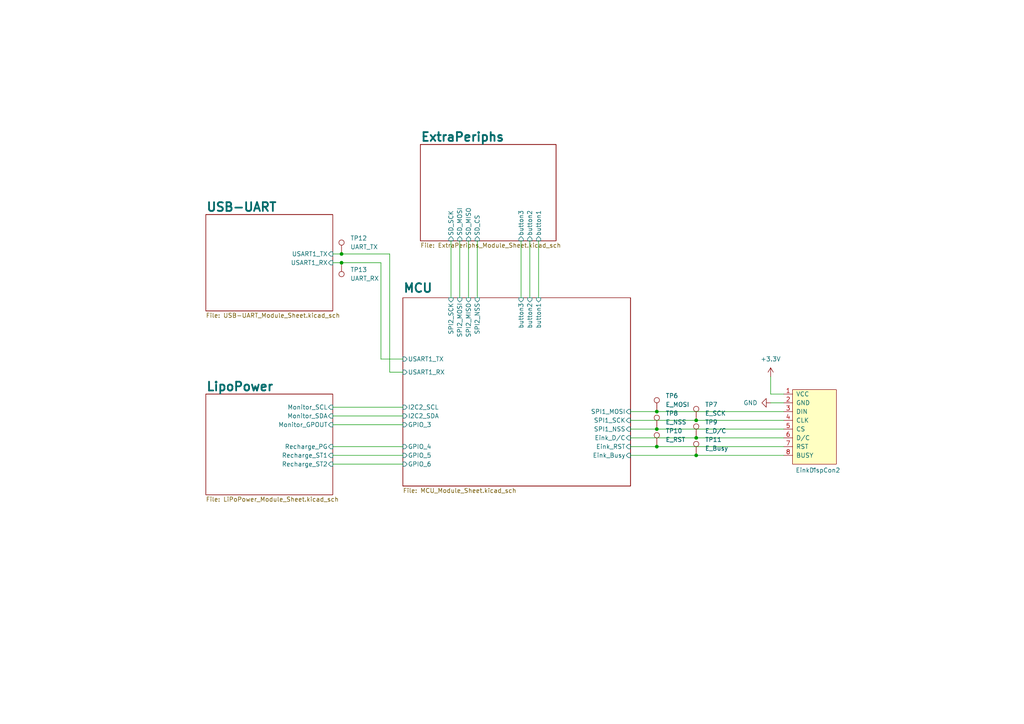
<source format=kicad_sch>
(kicad_sch
	(version 20231120)
	(generator "eeschema")
	(generator_version "8.0")
	(uuid "527ae649-08be-4368-9cf9-441ebba18eca")
	(paper "A4")
	(lib_symbols
		(symbol "Connector:TestPoint"
			(pin_numbers hide)
			(pin_names
				(offset 0.762) hide)
			(exclude_from_sim no)
			(in_bom yes)
			(on_board yes)
			(property "Reference" "TP"
				(at 0 6.858 0)
				(effects
					(font
						(size 1.27 1.27)
					)
				)
			)
			(property "Value" "TestPoint"
				(at 0 5.08 0)
				(effects
					(font
						(size 1.27 1.27)
					)
				)
			)
			(property "Footprint" ""
				(at 5.08 0 0)
				(effects
					(font
						(size 1.27 1.27)
					)
					(hide yes)
				)
			)
			(property "Datasheet" "~"
				(at 5.08 0 0)
				(effects
					(font
						(size 1.27 1.27)
					)
					(hide yes)
				)
			)
			(property "Description" "test point"
				(at 0 0 0)
				(effects
					(font
						(size 1.27 1.27)
					)
					(hide yes)
				)
			)
			(property "ki_keywords" "test point tp"
				(at 0 0 0)
				(effects
					(font
						(size 1.27 1.27)
					)
					(hide yes)
				)
			)
			(property "ki_fp_filters" "Pin* Test*"
				(at 0 0 0)
				(effects
					(font
						(size 1.27 1.27)
					)
					(hide yes)
				)
			)
			(symbol "TestPoint_0_1"
				(circle
					(center 0 3.302)
					(radius 0.762)
					(stroke
						(width 0)
						(type default)
					)
					(fill
						(type none)
					)
				)
			)
			(symbol "TestPoint_1_1"
				(pin passive line
					(at 0 0 90)
					(length 2.54)
					(name "1"
						(effects
							(font
								(size 1.27 1.27)
							)
						)
					)
					(number "1"
						(effects
							(font
								(size 1.27 1.27)
							)
						)
					)
				)
			)
		)
		(symbol "EinkComponentLibrary:EinkDisplay"
			(pin_names
				(offset 1.016)
			)
			(exclude_from_sim no)
			(in_bom yes)
			(on_board yes)
			(property "Reference" "EinkDispCon"
				(at 7.366 12.192 0)
				(effects
					(font
						(size 1.27 1.27)
					)
				)
			)
			(property "Value" "~"
				(at 6.35 12.7 0)
				(effects
					(font
						(size 1.27 1.27)
					)
				)
			)
			(property "Footprint" ""
				(at 6.35 27.94 0)
				(effects
					(font
						(size 1.27 1.27)
					)
					(hide yes)
				)
			)
			(property "Datasheet" ""
				(at 6.35 27.94 0)
				(effects
					(font
						(size 1.27 1.27)
					)
					(hide yes)
				)
			)
			(property "Description" ""
				(at 6.35 27.94 0)
				(effects
					(font
						(size 1.27 1.27)
					)
					(hide yes)
				)
			)
			(symbol "EinkDisplay_1_1"
				(rectangle
					(start 0 35.56)
					(end 12.7 13.97)
					(stroke
						(width 0)
						(type default)
					)
					(fill
						(type background)
					)
				)
				(pin input line
					(at -2.54 34.29 0)
					(length 2.54)
					(name "VCC"
						(effects
							(font
								(size 1.27 1.27)
							)
						)
					)
					(number "1"
						(effects
							(font
								(size 1.27 1.27)
							)
						)
					)
				)
				(pin input line
					(at -2.54 31.75 0)
					(length 2.54)
					(name "GND"
						(effects
							(font
								(size 1.27 1.27)
							)
						)
					)
					(number "2"
						(effects
							(font
								(size 1.27 1.27)
							)
						)
					)
				)
				(pin input line
					(at -2.54 29.21 0)
					(length 2.54)
					(name "DIN"
						(effects
							(font
								(size 1.27 1.27)
							)
						)
					)
					(number "3"
						(effects
							(font
								(size 1.27 1.27)
							)
						)
					)
				)
				(pin input line
					(at -2.54 26.67 0)
					(length 2.54)
					(name "CLK"
						(effects
							(font
								(size 1.27 1.27)
							)
						)
					)
					(number "4"
						(effects
							(font
								(size 1.27 1.27)
							)
						)
					)
				)
				(pin input line
					(at -2.54 24.13 0)
					(length 2.54)
					(name "CS"
						(effects
							(font
								(size 1.27 1.27)
							)
						)
					)
					(number "5"
						(effects
							(font
								(size 1.27 1.27)
							)
						)
					)
				)
				(pin input line
					(at -2.54 21.59 0)
					(length 2.54)
					(name "D/C"
						(effects
							(font
								(size 1.27 1.27)
							)
						)
					)
					(number "6"
						(effects
							(font
								(size 1.27 1.27)
							)
						)
					)
				)
				(pin input line
					(at -2.54 19.05 0)
					(length 2.54)
					(name "RST"
						(effects
							(font
								(size 1.27 1.27)
							)
						)
					)
					(number "7"
						(effects
							(font
								(size 1.27 1.27)
							)
						)
					)
				)
				(pin output line
					(at -2.54 16.51 0)
					(length 2.54)
					(name "BUSY"
						(effects
							(font
								(size 1.27 1.27)
							)
						)
					)
					(number "8"
						(effects
							(font
								(size 1.27 1.27)
							)
						)
					)
				)
			)
		)
		(symbol "power:+3.3V"
			(power)
			(pin_numbers hide)
			(pin_names
				(offset 0) hide)
			(exclude_from_sim no)
			(in_bom yes)
			(on_board yes)
			(property "Reference" "#PWR"
				(at 0 -3.81 0)
				(effects
					(font
						(size 1.27 1.27)
					)
					(hide yes)
				)
			)
			(property "Value" "+3.3V"
				(at 0 3.556 0)
				(effects
					(font
						(size 1.27 1.27)
					)
				)
			)
			(property "Footprint" ""
				(at 0 0 0)
				(effects
					(font
						(size 1.27 1.27)
					)
					(hide yes)
				)
			)
			(property "Datasheet" ""
				(at 0 0 0)
				(effects
					(font
						(size 1.27 1.27)
					)
					(hide yes)
				)
			)
			(property "Description" "Power symbol creates a global label with name \"+3.3V\""
				(at 0 0 0)
				(effects
					(font
						(size 1.27 1.27)
					)
					(hide yes)
				)
			)
			(property "ki_keywords" "global power"
				(at 0 0 0)
				(effects
					(font
						(size 1.27 1.27)
					)
					(hide yes)
				)
			)
			(symbol "+3.3V_0_1"
				(polyline
					(pts
						(xy -0.762 1.27) (xy 0 2.54)
					)
					(stroke
						(width 0)
						(type default)
					)
					(fill
						(type none)
					)
				)
				(polyline
					(pts
						(xy 0 0) (xy 0 2.54)
					)
					(stroke
						(width 0)
						(type default)
					)
					(fill
						(type none)
					)
				)
				(polyline
					(pts
						(xy 0 2.54) (xy 0.762 1.27)
					)
					(stroke
						(width 0)
						(type default)
					)
					(fill
						(type none)
					)
				)
			)
			(symbol "+3.3V_1_1"
				(pin power_in line
					(at 0 0 90)
					(length 0)
					(name "~"
						(effects
							(font
								(size 1.27 1.27)
							)
						)
					)
					(number "1"
						(effects
							(font
								(size 1.27 1.27)
							)
						)
					)
				)
			)
		)
		(symbol "power:GND"
			(power)
			(pin_numbers hide)
			(pin_names
				(offset 0) hide)
			(exclude_from_sim no)
			(in_bom yes)
			(on_board yes)
			(property "Reference" "#PWR"
				(at 0 -6.35 0)
				(effects
					(font
						(size 1.27 1.27)
					)
					(hide yes)
				)
			)
			(property "Value" "GND"
				(at 0 -3.81 0)
				(effects
					(font
						(size 1.27 1.27)
					)
				)
			)
			(property "Footprint" ""
				(at 0 0 0)
				(effects
					(font
						(size 1.27 1.27)
					)
					(hide yes)
				)
			)
			(property "Datasheet" ""
				(at 0 0 0)
				(effects
					(font
						(size 1.27 1.27)
					)
					(hide yes)
				)
			)
			(property "Description" "Power symbol creates a global label with name \"GND\" , ground"
				(at 0 0 0)
				(effects
					(font
						(size 1.27 1.27)
					)
					(hide yes)
				)
			)
			(property "ki_keywords" "global power"
				(at 0 0 0)
				(effects
					(font
						(size 1.27 1.27)
					)
					(hide yes)
				)
			)
			(symbol "GND_0_1"
				(polyline
					(pts
						(xy 0 0) (xy 0 -1.27) (xy 1.27 -1.27) (xy 0 -2.54) (xy -1.27 -1.27) (xy 0 -1.27)
					)
					(stroke
						(width 0)
						(type default)
					)
					(fill
						(type none)
					)
				)
			)
			(symbol "GND_1_1"
				(pin power_in line
					(at 0 0 270)
					(length 0)
					(name "~"
						(effects
							(font
								(size 1.27 1.27)
							)
						)
					)
					(number "1"
						(effects
							(font
								(size 1.27 1.27)
							)
						)
					)
				)
			)
		)
	)
	(junction
		(at 201.93 127)
		(diameter 0)
		(color 0 0 0 0)
		(uuid "1c6d4a49-d0c4-435d-9fce-1bbcd4548ed2")
	)
	(junction
		(at 99.06 73.66)
		(diameter 0)
		(color 0 0 0 0)
		(uuid "8a4ff72c-2857-4084-8939-bb8c6f02e8bd")
	)
	(junction
		(at 190.5 129.54)
		(diameter 0)
		(color 0 0 0 0)
		(uuid "93f72c9c-08b1-4dcb-94c0-63a384fb1556")
	)
	(junction
		(at 190.5 119.38)
		(diameter 0)
		(color 0 0 0 0)
		(uuid "b3a3d92f-1a19-456f-9479-d274bbd926b7")
	)
	(junction
		(at 201.93 132.08)
		(diameter 0)
		(color 0 0 0 0)
		(uuid "c92a4c3e-da5e-4c94-ad47-574b60cc67ac")
	)
	(junction
		(at 201.93 121.92)
		(diameter 0)
		(color 0 0 0 0)
		(uuid "dfa6cbc8-05f1-41be-91ca-b03c080c7ce3")
	)
	(junction
		(at 190.5 124.46)
		(diameter 0)
		(color 0 0 0 0)
		(uuid "e7861f51-03a4-45cf-86c8-0817e5d0161e")
	)
	(junction
		(at 99.06 76.2)
		(diameter 0)
		(color 0 0 0 0)
		(uuid "ef0d8402-eca1-4ed9-a8b6-d4cbd2f16ea9")
	)
	(wire
		(pts
			(xy 133.35 69.85) (xy 133.35 86.36)
		)
		(stroke
			(width 0)
			(type default)
		)
		(uuid "02034e99-a991-4ffc-bd18-8734e7af2725")
	)
	(wire
		(pts
			(xy 110.49 104.14) (xy 116.84 104.14)
		)
		(stroke
			(width 0)
			(type default)
		)
		(uuid "03f556de-7641-4961-83c6-74e02c9de016")
	)
	(wire
		(pts
			(xy 182.88 124.46) (xy 190.5 124.46)
		)
		(stroke
			(width 0)
			(type default)
		)
		(uuid "0703284c-7e50-4e55-8cef-a3cc65d88c56")
	)
	(wire
		(pts
			(xy 190.5 129.54) (xy 227.33 129.54)
		)
		(stroke
			(width 0)
			(type default)
		)
		(uuid "08c3704a-a6fc-4c86-a554-02f28e5f41ac")
	)
	(wire
		(pts
			(xy 201.93 121.92) (xy 227.33 121.92)
		)
		(stroke
			(width 0)
			(type default)
		)
		(uuid "10e04946-d4c2-416f-a69e-2f6256db034b")
	)
	(wire
		(pts
			(xy 201.93 132.08) (xy 227.33 132.08)
		)
		(stroke
			(width 0)
			(type default)
		)
		(uuid "1b342fd6-50ad-4f0a-b581-e904222ebe33")
	)
	(wire
		(pts
			(xy 96.52 76.2) (xy 99.06 76.2)
		)
		(stroke
			(width 0)
			(type default)
		)
		(uuid "1ec4b37f-7a33-450a-86eb-0927cd099797")
	)
	(wire
		(pts
			(xy 110.49 76.2) (xy 110.49 104.14)
		)
		(stroke
			(width 0)
			(type default)
		)
		(uuid "2175308f-5358-4bac-9fc4-431839d4ce38")
	)
	(wire
		(pts
			(xy 130.81 69.85) (xy 130.81 86.36)
		)
		(stroke
			(width 0)
			(type default)
		)
		(uuid "3027383b-bd3b-42db-91ba-d2c7f8fae489")
	)
	(wire
		(pts
			(xy 96.52 132.08) (xy 116.84 132.08)
		)
		(stroke
			(width 0)
			(type default)
		)
		(uuid "423da70f-a53d-4914-94e2-55082509267d")
	)
	(wire
		(pts
			(xy 96.52 134.62) (xy 116.84 134.62)
		)
		(stroke
			(width 0)
			(type default)
		)
		(uuid "44e73621-8150-4f64-bdad-53a93dccd803")
	)
	(wire
		(pts
			(xy 151.13 69.85) (xy 151.13 86.36)
		)
		(stroke
			(width 0)
			(type default)
		)
		(uuid "46208424-464d-4653-92d2-77393aaa4c18")
	)
	(wire
		(pts
			(xy 96.52 120.65) (xy 116.84 120.65)
		)
		(stroke
			(width 0)
			(type default)
		)
		(uuid "4de3aa76-52a0-4a51-a7f2-269193919ffa")
	)
	(wire
		(pts
			(xy 227.33 114.3) (xy 223.52 114.3)
		)
		(stroke
			(width 0)
			(type default)
		)
		(uuid "4eb18e81-9c83-49e0-bc2a-f7e3e6afee69")
	)
	(wire
		(pts
			(xy 223.52 109.22) (xy 223.52 114.3)
		)
		(stroke
			(width 0)
			(type default)
		)
		(uuid "4ec5b8ad-7372-4666-8669-d8ca2a72e9c2")
	)
	(wire
		(pts
			(xy 113.03 107.95) (xy 116.84 107.95)
		)
		(stroke
			(width 0)
			(type default)
		)
		(uuid "51187ae4-75e2-4492-b766-f9fe386886f8")
	)
	(wire
		(pts
			(xy 201.93 127) (xy 227.33 127)
		)
		(stroke
			(width 0)
			(type default)
		)
		(uuid "5135a0f1-be8c-45d0-813e-e5954ab21060")
	)
	(wire
		(pts
			(xy 190.5 119.38) (xy 227.33 119.38)
		)
		(stroke
			(width 0)
			(type default)
		)
		(uuid "59cb98e4-c3d5-48e4-b762-90ed9a935fc0")
	)
	(wire
		(pts
			(xy 223.52 116.84) (xy 227.33 116.84)
		)
		(stroke
			(width 0)
			(type default)
		)
		(uuid "676af24e-df20-4a67-838f-ac91288ffc5b")
	)
	(wire
		(pts
			(xy 182.88 119.38) (xy 190.5 119.38)
		)
		(stroke
			(width 0)
			(type default)
		)
		(uuid "6c1bccf1-08d1-4ef6-a2cc-8592fc0e9f00")
	)
	(wire
		(pts
			(xy 96.52 73.66) (xy 99.06 73.66)
		)
		(stroke
			(width 0)
			(type default)
		)
		(uuid "6d99a039-b899-4a95-b490-24d8116c7a7c")
	)
	(wire
		(pts
			(xy 113.03 73.66) (xy 113.03 107.95)
		)
		(stroke
			(width 0)
			(type default)
		)
		(uuid "754cc105-0a7f-42b2-a14b-327ed10cf507")
	)
	(wire
		(pts
			(xy 156.21 69.85) (xy 156.21 86.36)
		)
		(stroke
			(width 0)
			(type default)
		)
		(uuid "875996a9-f2ef-469f-9ca0-b4e4ccfd23cb")
	)
	(wire
		(pts
			(xy 96.52 123.19) (xy 116.84 123.19)
		)
		(stroke
			(width 0)
			(type default)
		)
		(uuid "8b14c41f-0b42-49a2-b876-5210012014d3")
	)
	(wire
		(pts
			(xy 190.5 124.46) (xy 227.33 124.46)
		)
		(stroke
			(width 0)
			(type default)
		)
		(uuid "96953be1-ddb0-42ce-87aa-8683ac973abe")
	)
	(wire
		(pts
			(xy 153.67 69.85) (xy 153.67 86.36)
		)
		(stroke
			(width 0)
			(type default)
		)
		(uuid "9d5c0de9-21b0-49d0-8675-23b66c86376a")
	)
	(wire
		(pts
			(xy 182.88 132.08) (xy 201.93 132.08)
		)
		(stroke
			(width 0)
			(type default)
		)
		(uuid "9e424046-ec1c-4741-b5f4-b8488f180c30")
	)
	(wire
		(pts
			(xy 182.88 127) (xy 201.93 127)
		)
		(stroke
			(width 0)
			(type default)
		)
		(uuid "aa71afe0-bddc-4a68-a439-e8f49201220a")
	)
	(wire
		(pts
			(xy 99.06 73.66) (xy 113.03 73.66)
		)
		(stroke
			(width 0)
			(type default)
		)
		(uuid "b0532d33-4714-4366-a0e6-d812f055e64d")
	)
	(wire
		(pts
			(xy 96.52 118.11) (xy 116.84 118.11)
		)
		(stroke
			(width 0)
			(type default)
		)
		(uuid "b653000f-dcc2-495a-b1ac-759248d0c4c7")
	)
	(wire
		(pts
			(xy 138.43 69.85) (xy 138.43 86.36)
		)
		(stroke
			(width 0)
			(type default)
		)
		(uuid "b9b10901-c8f9-4a7d-b89b-cdbe059e9f88")
	)
	(wire
		(pts
			(xy 182.88 121.92) (xy 201.93 121.92)
		)
		(stroke
			(width 0)
			(type default)
		)
		(uuid "c8f93f35-c831-499a-8c67-24401bb88c4e")
	)
	(wire
		(pts
			(xy 182.88 129.54) (xy 190.5 129.54)
		)
		(stroke
			(width 0)
			(type default)
		)
		(uuid "e406cc89-ef52-4ef8-97d2-99be03d9e6d8")
	)
	(wire
		(pts
			(xy 135.89 69.85) (xy 135.89 86.36)
		)
		(stroke
			(width 0)
			(type default)
		)
		(uuid "e9c679be-a11c-44ac-bece-7a2f8e058667")
	)
	(wire
		(pts
			(xy 99.06 76.2) (xy 110.49 76.2)
		)
		(stroke
			(width 0)
			(type default)
		)
		(uuid "eb9d9ba9-7ec4-4871-a610-bde1d365f673")
	)
	(wire
		(pts
			(xy 96.52 129.54) (xy 116.84 129.54)
		)
		(stroke
			(width 0)
			(type default)
		)
		(uuid "fd5b827c-a12e-47ce-96bf-ae2080f38af2")
	)
	(symbol
		(lib_id "Connector:TestPoint")
		(at 99.06 76.2 180)
		(unit 1)
		(exclude_from_sim no)
		(in_bom yes)
		(on_board yes)
		(dnp no)
		(fields_autoplaced yes)
		(uuid "1829eafc-4793-4f73-8147-3b054c1e2460")
		(property "Reference" "TP13"
			(at 101.6 78.2319 0)
			(effects
				(font
					(size 1.27 1.27)
				)
				(justify right)
			)
		)
		(property "Value" "UART_RX"
			(at 101.6 80.7719 0)
			(effects
				(font
					(size 1.27 1.27)
				)
				(justify right)
			)
		)
		(property "Footprint" ""
			(at 93.98 76.2 0)
			(effects
				(font
					(size 1.27 1.27)
				)
				(hide yes)
			)
		)
		(property "Datasheet" "~"
			(at 93.98 76.2 0)
			(effects
				(font
					(size 1.27 1.27)
				)
				(hide yes)
			)
		)
		(property "Description" "test point"
			(at 99.06 76.2 0)
			(effects
				(font
					(size 1.27 1.27)
				)
				(hide yes)
			)
		)
		(pin "1"
			(uuid "c60ae0f0-1523-458f-ba5c-01afe2e82443")
		)
		(instances
			(project "ECE477-SeniorDesign"
				(path "/527ae649-08be-4368-9cf9-441ebba18eca"
					(reference "TP13")
					(unit 1)
				)
			)
		)
	)
	(symbol
		(lib_id "Connector:TestPoint")
		(at 99.06 73.66 0)
		(unit 1)
		(exclude_from_sim no)
		(in_bom yes)
		(on_board yes)
		(dnp no)
		(fields_autoplaced yes)
		(uuid "314aaf05-85ef-4402-ae9a-d5d0062d8ca0")
		(property "Reference" "TP12"
			(at 101.6 69.0879 0)
			(effects
				(font
					(size 1.27 1.27)
				)
				(justify left)
			)
		)
		(property "Value" "UART_TX"
			(at 101.6 71.6279 0)
			(effects
				(font
					(size 1.27 1.27)
				)
				(justify left)
			)
		)
		(property "Footprint" ""
			(at 104.14 73.66 0)
			(effects
				(font
					(size 1.27 1.27)
				)
				(hide yes)
			)
		)
		(property "Datasheet" "~"
			(at 104.14 73.66 0)
			(effects
				(font
					(size 1.27 1.27)
				)
				(hide yes)
			)
		)
		(property "Description" "test point"
			(at 99.06 73.66 0)
			(effects
				(font
					(size 1.27 1.27)
				)
				(hide yes)
			)
		)
		(pin "1"
			(uuid "0ede50aa-3bfc-4b9a-9f8a-441e8dbd0059")
		)
		(instances
			(project "ECE477-SeniorDesign"
				(path "/527ae649-08be-4368-9cf9-441ebba18eca"
					(reference "TP12")
					(unit 1)
				)
			)
		)
	)
	(symbol
		(lib_id "EinkComponentLibrary:EinkDisplay")
		(at 229.87 148.59 0)
		(unit 1)
		(exclude_from_sim no)
		(in_bom yes)
		(on_board yes)
		(dnp no)
		(uuid "6e73af66-db53-47c6-87f3-ab11de2d3bc2")
		(property "Reference" "EinkDispCon2"
			(at 237.236 136.398 0)
			(effects
				(font
					(size 1.27 1.27)
				)
			)
		)
		(property "Value" "~"
			(at 236.22 135.89 0)
			(effects
				(font
					(size 1.27 1.27)
				)
			)
		)
		(property "Footprint" ""
			(at 236.22 120.65 0)
			(effects
				(font
					(size 1.27 1.27)
				)
				(hide yes)
			)
		)
		(property "Datasheet" ""
			(at 236.22 120.65 0)
			(effects
				(font
					(size 1.27 1.27)
				)
				(hide yes)
			)
		)
		(property "Description" ""
			(at 236.22 120.65 0)
			(effects
				(font
					(size 1.27 1.27)
				)
				(hide yes)
			)
		)
		(pin "1"
			(uuid "d5f95424-207f-4009-a509-4cb8f2a56549")
		)
		(pin "2"
			(uuid "ea0525e3-61fc-41cf-b689-40f9e70322c8")
		)
		(pin "7"
			(uuid "59b68a33-6a5a-4cc4-bf73-00814b072664")
		)
		(pin "5"
			(uuid "b3451397-bdd0-4ea1-9240-438bc3837e5d")
		)
		(pin "6"
			(uuid "4ae147a5-779e-4e16-bdd9-15d153b91f3e")
		)
		(pin "8"
			(uuid "ced5ccbf-0a58-486f-b731-f4ed7ad2660a")
		)
		(pin "4"
			(uuid "4f30a889-3b5c-4154-8019-b683f35b51b9")
		)
		(pin "3"
			(uuid "62b2f87f-3669-43eb-86ca-e07ee01472b4")
		)
		(instances
			(project "ECE477-SeniorDesign"
				(path "/527ae649-08be-4368-9cf9-441ebba18eca"
					(reference "EinkDispCon2")
					(unit 1)
				)
			)
		)
	)
	(symbol
		(lib_id "Connector:TestPoint")
		(at 201.93 121.92 0)
		(unit 1)
		(exclude_from_sim no)
		(in_bom yes)
		(on_board yes)
		(dnp no)
		(fields_autoplaced yes)
		(uuid "754b43e5-cc77-4f6c-bba8-9f062f5dcd0a")
		(property "Reference" "TP7"
			(at 204.47 117.3479 0)
			(effects
				(font
					(size 1.27 1.27)
				)
				(justify left)
			)
		)
		(property "Value" "E_SCK"
			(at 204.47 119.8879 0)
			(effects
				(font
					(size 1.27 1.27)
				)
				(justify left)
			)
		)
		(property "Footprint" ""
			(at 207.01 121.92 0)
			(effects
				(font
					(size 1.27 1.27)
				)
				(hide yes)
			)
		)
		(property "Datasheet" "~"
			(at 207.01 121.92 0)
			(effects
				(font
					(size 1.27 1.27)
				)
				(hide yes)
			)
		)
		(property "Description" "test point"
			(at 201.93 121.92 0)
			(effects
				(font
					(size 1.27 1.27)
				)
				(hide yes)
			)
		)
		(pin "1"
			(uuid "6d1d2550-9cb4-4600-838a-94087f362d9b")
		)
		(instances
			(project "ECE477-SeniorDesign"
				(path "/527ae649-08be-4368-9cf9-441ebba18eca"
					(reference "TP7")
					(unit 1)
				)
			)
		)
	)
	(symbol
		(lib_id "power:+3.3V")
		(at 223.52 109.22 0)
		(unit 1)
		(exclude_from_sim no)
		(in_bom yes)
		(on_board yes)
		(dnp no)
		(fields_autoplaced yes)
		(uuid "755c1051-181d-4291-bd0c-5093d19ea12f")
		(property "Reference" "#PWR012"
			(at 223.52 113.03 0)
			(effects
				(font
					(size 1.27 1.27)
				)
				(hide yes)
			)
		)
		(property "Value" "+3.3V"
			(at 223.52 104.14 0)
			(effects
				(font
					(size 1.27 1.27)
				)
			)
		)
		(property "Footprint" ""
			(at 223.52 109.22 0)
			(effects
				(font
					(size 1.27 1.27)
				)
				(hide yes)
			)
		)
		(property "Datasheet" ""
			(at 223.52 109.22 0)
			(effects
				(font
					(size 1.27 1.27)
				)
				(hide yes)
			)
		)
		(property "Description" "Power symbol creates a global label with name \"+3.3V\""
			(at 223.52 109.22 0)
			(effects
				(font
					(size 1.27 1.27)
				)
				(hide yes)
			)
		)
		(pin "1"
			(uuid "189bf757-cdb9-47e8-86cd-bd7eff07ce77")
		)
		(instances
			(project ""
				(path "/527ae649-08be-4368-9cf9-441ebba18eca"
					(reference "#PWR012")
					(unit 1)
				)
			)
		)
	)
	(symbol
		(lib_id "Connector:TestPoint")
		(at 201.93 127 0)
		(unit 1)
		(exclude_from_sim no)
		(in_bom yes)
		(on_board yes)
		(dnp no)
		(fields_autoplaced yes)
		(uuid "7a5cf58a-1e4b-44db-aad0-5e79461b3caa")
		(property "Reference" "TP9"
			(at 204.47 122.4279 0)
			(effects
				(font
					(size 1.27 1.27)
				)
				(justify left)
			)
		)
		(property "Value" "E_D/C"
			(at 204.47 124.9679 0)
			(effects
				(font
					(size 1.27 1.27)
				)
				(justify left)
			)
		)
		(property "Footprint" ""
			(at 207.01 127 0)
			(effects
				(font
					(size 1.27 1.27)
				)
				(hide yes)
			)
		)
		(property "Datasheet" "~"
			(at 207.01 127 0)
			(effects
				(font
					(size 1.27 1.27)
				)
				(hide yes)
			)
		)
		(property "Description" "test point"
			(at 201.93 127 0)
			(effects
				(font
					(size 1.27 1.27)
				)
				(hide yes)
			)
		)
		(pin "1"
			(uuid "69b49426-63f4-4b29-bc24-1fb540994ce7")
		)
		(instances
			(project "ECE477-SeniorDesign"
				(path "/527ae649-08be-4368-9cf9-441ebba18eca"
					(reference "TP9")
					(unit 1)
				)
			)
		)
	)
	(symbol
		(lib_id "power:GND")
		(at 223.52 116.84 270)
		(unit 1)
		(exclude_from_sim no)
		(in_bom yes)
		(on_board yes)
		(dnp no)
		(fields_autoplaced yes)
		(uuid "841e4df2-9b3f-49a8-a730-f9128ecafac4")
		(property "Reference" "#PWR013"
			(at 217.17 116.84 0)
			(effects
				(font
					(size 1.27 1.27)
				)
				(hide yes)
			)
		)
		(property "Value" "GND"
			(at 219.71 116.8399 90)
			(effects
				(font
					(size 1.27 1.27)
				)
				(justify right)
			)
		)
		(property "Footprint" ""
			(at 223.52 116.84 0)
			(effects
				(font
					(size 1.27 1.27)
				)
				(hide yes)
			)
		)
		(property "Datasheet" ""
			(at 223.52 116.84 0)
			(effects
				(font
					(size 1.27 1.27)
				)
				(hide yes)
			)
		)
		(property "Description" "Power symbol creates a global label with name \"GND\" , ground"
			(at 223.52 116.84 0)
			(effects
				(font
					(size 1.27 1.27)
				)
				(hide yes)
			)
		)
		(pin "1"
			(uuid "574a4e77-c30b-460c-a66e-4ccf22a8b2f5")
		)
		(instances
			(project ""
				(path "/527ae649-08be-4368-9cf9-441ebba18eca"
					(reference "#PWR013")
					(unit 1)
				)
			)
		)
	)
	(symbol
		(lib_id "Connector:TestPoint")
		(at 190.5 129.54 0)
		(unit 1)
		(exclude_from_sim no)
		(in_bom yes)
		(on_board yes)
		(dnp no)
		(fields_autoplaced yes)
		(uuid "9adf626a-8949-457e-bf4b-920e24db9f4b")
		(property "Reference" "TP10"
			(at 193.04 124.9679 0)
			(effects
				(font
					(size 1.27 1.27)
				)
				(justify left)
			)
		)
		(property "Value" "E_RST"
			(at 193.04 127.5079 0)
			(effects
				(font
					(size 1.27 1.27)
				)
				(justify left)
			)
		)
		(property "Footprint" ""
			(at 195.58 129.54 0)
			(effects
				(font
					(size 1.27 1.27)
				)
				(hide yes)
			)
		)
		(property "Datasheet" "~"
			(at 195.58 129.54 0)
			(effects
				(font
					(size 1.27 1.27)
				)
				(hide yes)
			)
		)
		(property "Description" "test point"
			(at 190.5 129.54 0)
			(effects
				(font
					(size 1.27 1.27)
				)
				(hide yes)
			)
		)
		(pin "1"
			(uuid "4a0b1989-24a8-43fb-83f5-b458394f0857")
		)
		(instances
			(project "ECE477-SeniorDesign"
				(path "/527ae649-08be-4368-9cf9-441ebba18eca"
					(reference "TP10")
					(unit 1)
				)
			)
		)
	)
	(symbol
		(lib_id "Connector:TestPoint")
		(at 201.93 132.08 0)
		(unit 1)
		(exclude_from_sim no)
		(in_bom yes)
		(on_board yes)
		(dnp no)
		(fields_autoplaced yes)
		(uuid "ae8c993c-0e88-4dd4-8049-e6a084f9fb05")
		(property "Reference" "TP11"
			(at 204.47 127.5079 0)
			(effects
				(font
					(size 1.27 1.27)
				)
				(justify left)
			)
		)
		(property "Value" "E_Busy"
			(at 204.47 130.0479 0)
			(effects
				(font
					(size 1.27 1.27)
				)
				(justify left)
			)
		)
		(property "Footprint" ""
			(at 207.01 132.08 0)
			(effects
				(font
					(size 1.27 1.27)
				)
				(hide yes)
			)
		)
		(property "Datasheet" "~"
			(at 207.01 132.08 0)
			(effects
				(font
					(size 1.27 1.27)
				)
				(hide yes)
			)
		)
		(property "Description" "test point"
			(at 201.93 132.08 0)
			(effects
				(font
					(size 1.27 1.27)
				)
				(hide yes)
			)
		)
		(pin "1"
			(uuid "f3b69794-e22d-4e3f-9b04-7928c123a864")
		)
		(instances
			(project "ECE477-SeniorDesign"
				(path "/527ae649-08be-4368-9cf9-441ebba18eca"
					(reference "TP11")
					(unit 1)
				)
			)
		)
	)
	(symbol
		(lib_id "Connector:TestPoint")
		(at 190.5 124.46 0)
		(unit 1)
		(exclude_from_sim no)
		(in_bom yes)
		(on_board yes)
		(dnp no)
		(fields_autoplaced yes)
		(uuid "ca2d611c-f41e-46d8-ba22-ab841a1adb92")
		(property "Reference" "TP8"
			(at 193.04 119.8879 0)
			(effects
				(font
					(size 1.27 1.27)
				)
				(justify left)
			)
		)
		(property "Value" "E_NSS"
			(at 193.04 122.4279 0)
			(effects
				(font
					(size 1.27 1.27)
				)
				(justify left)
			)
		)
		(property "Footprint" ""
			(at 195.58 124.46 0)
			(effects
				(font
					(size 1.27 1.27)
				)
				(hide yes)
			)
		)
		(property "Datasheet" "~"
			(at 195.58 124.46 0)
			(effects
				(font
					(size 1.27 1.27)
				)
				(hide yes)
			)
		)
		(property "Description" "test point"
			(at 190.5 124.46 0)
			(effects
				(font
					(size 1.27 1.27)
				)
				(hide yes)
			)
		)
		(pin "1"
			(uuid "ae23e48d-3d54-4667-ba91-eed1e787b8a2")
		)
		(instances
			(project "ECE477-SeniorDesign"
				(path "/527ae649-08be-4368-9cf9-441ebba18eca"
					(reference "TP8")
					(unit 1)
				)
			)
		)
	)
	(symbol
		(lib_id "Connector:TestPoint")
		(at 190.5 119.38 0)
		(unit 1)
		(exclude_from_sim no)
		(in_bom yes)
		(on_board yes)
		(dnp no)
		(fields_autoplaced yes)
		(uuid "f8b75a5c-e457-4e34-9558-0f8433f77351")
		(property "Reference" "TP6"
			(at 193.04 114.8079 0)
			(effects
				(font
					(size 1.27 1.27)
				)
				(justify left)
			)
		)
		(property "Value" "E_MOSI"
			(at 193.04 117.3479 0)
			(effects
				(font
					(size 1.27 1.27)
				)
				(justify left)
			)
		)
		(property "Footprint" ""
			(at 195.58 119.38 0)
			(effects
				(font
					(size 1.27 1.27)
				)
				(hide yes)
			)
		)
		(property "Datasheet" "~"
			(at 195.58 119.38 0)
			(effects
				(font
					(size 1.27 1.27)
				)
				(hide yes)
			)
		)
		(property "Description" "test point"
			(at 190.5 119.38 0)
			(effects
				(font
					(size 1.27 1.27)
				)
				(hide yes)
			)
		)
		(pin "1"
			(uuid "ea209f9d-d122-4b40-bdcf-250cb263c233")
		)
		(instances
			(project ""
				(path "/527ae649-08be-4368-9cf9-441ebba18eca"
					(reference "TP6")
					(unit 1)
				)
			)
		)
	)
	(sheet
		(at 121.92 41.91)
		(size 39.37 27.94)
		(fields_autoplaced yes)
		(stroke
			(width 0.1524)
			(type solid)
		)
		(fill
			(color 0 0 0 0.0000)
		)
		(uuid "9aa04ce4-4558-41ab-8351-e46b80335092")
		(property "Sheetname" "ExtraPeriphs"
			(at 121.92 41.1984 0)
			(effects
				(font
					(size 2.54 2.54)
					(thickness 0.508)
					(bold yes)
				)
				(justify left bottom)
			)
		)
		(property "Sheetfile" "ExtraPeriphs_Module_Sheet.kicad_sch"
			(at 121.92 70.4346 0)
			(effects
				(font
					(size 1.27 1.27)
				)
				(justify left top)
			)
		)
		(pin "button3" input
			(at 151.13 69.85 270)
			(effects
				(font
					(size 1.27 1.27)
				)
				(justify left)
			)
			(uuid "7ce1f447-0eb8-4020-a66d-3ae427713c7a")
		)
		(pin "button2" input
			(at 153.67 69.85 270)
			(effects
				(font
					(size 1.27 1.27)
				)
				(justify left)
			)
			(uuid "397905f0-23c1-4c1c-8b79-3154f495134a")
		)
		(pin "button1" input
			(at 156.21 69.85 270)
			(effects
				(font
					(size 1.27 1.27)
				)
				(justify left)
			)
			(uuid "91eb8b60-5d38-47fc-8254-878d56bc957c")
		)
		(pin "SD_SCK" input
			(at 130.81 69.85 270)
			(effects
				(font
					(size 1.27 1.27)
				)
				(justify left)
			)
			(uuid "042324ac-698f-4cf6-adc9-049a770c00cb")
		)
		(pin "SD_MOSI" input
			(at 133.35 69.85 270)
			(effects
				(font
					(size 1.27 1.27)
				)
				(justify left)
			)
			(uuid "8a605e5f-b909-467d-b2ce-07c60a6a248f")
		)
		(pin "SD_MISO" input
			(at 135.89 69.85 270)
			(effects
				(font
					(size 1.27 1.27)
				)
				(justify left)
			)
			(uuid "6b2303e4-b407-467f-a991-a89b70f93646")
		)
		(pin "SD_CS" input
			(at 138.43 69.85 270)
			(effects
				(font
					(size 1.27 1.27)
				)
				(justify left)
			)
			(uuid "66827521-ed6f-46b6-93e6-1d02e28f25fb")
		)
		(instances
			(project "ECE477-SeniorDesign"
				(path "/527ae649-08be-4368-9cf9-441ebba18eca"
					(page "5")
				)
			)
		)
	)
	(sheet
		(at 116.84 86.36)
		(size 66.04 54.61)
		(fields_autoplaced yes)
		(stroke
			(width 0.1524)
			(type solid)
		)
		(fill
			(color 0 0 0 0.0000)
		)
		(uuid "a47b6934-98dd-4056-b1df-1ab751d1c2a0")
		(property "Sheetname" "MCU"
			(at 116.84 85.0134 0)
			(effects
				(font
					(size 2.54 2.54)
					(thickness 0.508)
					(bold yes)
				)
				(justify left bottom)
			)
		)
		(property "Sheetfile" "MCU_Module_Sheet.kicad_sch"
			(at 116.84 141.5546 0)
			(effects
				(font
					(size 1.27 1.27)
				)
				(justify left top)
			)
		)
		(pin "USART1_TX" input
			(at 116.84 104.14 180)
			(effects
				(font
					(size 1.27 1.27)
				)
				(justify left)
			)
			(uuid "c54d1bcb-d4f5-410d-9cf5-d606e31b8f3d")
		)
		(pin "USART1_RX" input
			(at 116.84 107.95 180)
			(effects
				(font
					(size 1.27 1.27)
				)
				(justify left)
			)
			(uuid "d53a3d08-28e1-42a2-997f-8c5662de15a9")
		)
		(pin "SPI2_NSS" input
			(at 138.43 86.36 90)
			(effects
				(font
					(size 1.27 1.27)
				)
				(justify right)
			)
			(uuid "119dfe97-f645-4418-bf9f-6fbff8070bb9")
		)
		(pin "SPI2_SCK" input
			(at 130.81 86.36 90)
			(effects
				(font
					(size 1.27 1.27)
				)
				(justify right)
			)
			(uuid "b6b1db7d-0e5e-4cc3-ae30-1a0c7c54acc6")
		)
		(pin "SPI2_MISO" input
			(at 135.89 86.36 90)
			(effects
				(font
					(size 1.27 1.27)
				)
				(justify right)
			)
			(uuid "e754e62e-b3cc-4176-9cd1-428758bc4eb8")
		)
		(pin "SPI2_MOSI" input
			(at 133.35 86.36 90)
			(effects
				(font
					(size 1.27 1.27)
				)
				(justify right)
			)
			(uuid "6811ef10-6298-4875-b591-521bd9d42356")
		)
		(pin "SPI1_NSS" input
			(at 182.88 124.46 0)
			(effects
				(font
					(size 1.27 1.27)
				)
				(justify right)
			)
			(uuid "be0c9bbe-bf73-4c7b-9af6-2f48228ff765")
		)
		(pin "SPI1_SCK" input
			(at 182.88 121.92 0)
			(effects
				(font
					(size 1.27 1.27)
				)
				(justify right)
			)
			(uuid "9d6d26f3-ee2f-450d-be2e-757074bad476")
		)
		(pin "SPI1_MOSI" input
			(at 182.88 119.38 0)
			(effects
				(font
					(size 1.27 1.27)
				)
				(justify right)
			)
			(uuid "8d1f3270-065f-4d0b-8c2e-712bbbcda821")
		)
		(pin "Eink_Busy" input
			(at 182.88 132.08 0)
			(effects
				(font
					(size 1.27 1.27)
				)
				(justify right)
			)
			(uuid "a07c0d5a-c678-40ae-bd3b-7f1ce88078ab")
		)
		(pin "Eink_D{slash}C" input
			(at 182.88 127 0)
			(effects
				(font
					(size 1.27 1.27)
				)
				(justify right)
			)
			(uuid "5527cbd1-ee65-4e67-96d3-15749ec98aef")
		)
		(pin "Eink_RST" input
			(at 182.88 129.54 0)
			(effects
				(font
					(size 1.27 1.27)
				)
				(justify right)
			)
			(uuid "9d221f1e-94eb-482e-ba4f-2beff9db11bf")
		)
		(pin "button1" input
			(at 156.21 86.36 90)
			(effects
				(font
					(size 1.27 1.27)
				)
				(justify right)
			)
			(uuid "157fd5bc-5b4b-4b7a-8141-494ca86ec62a")
		)
		(pin "button2" input
			(at 153.67 86.36 90)
			(effects
				(font
					(size 1.27 1.27)
				)
				(justify right)
			)
			(uuid "10d37da6-ef11-49fb-97ef-6831f902923c")
		)
		(pin "button3" input
			(at 151.13 86.36 90)
			(effects
				(font
					(size 1.27 1.27)
				)
				(justify right)
			)
			(uuid "d4664379-f1e9-46cc-ae18-6f18282e04d5")
		)
		(pin "I2C2_SDA" input
			(at 116.84 120.65 180)
			(effects
				(font
					(size 1.27 1.27)
				)
				(justify left)
			)
			(uuid "7ce028a9-0c22-44b0-9dc5-444feff75970")
		)
		(pin "I2C2_SCL" input
			(at 116.84 118.11 180)
			(effects
				(font
					(size 1.27 1.27)
				)
				(justify left)
			)
			(uuid "2c92c8df-8e6b-4b9f-a29b-2a57cbffb6d4")
		)
		(pin "GPIO_4" input
			(at 116.84 129.54 180)
			(effects
				(font
					(size 1.27 1.27)
				)
				(justify left)
			)
			(uuid "170be418-b3b4-4a84-b14a-607eee0fd2a5")
		)
		(pin "GPIO_3" input
			(at 116.84 123.19 180)
			(effects
				(font
					(size 1.27 1.27)
				)
				(justify left)
			)
			(uuid "7d167e86-7c2d-4773-a70f-e70dd89731fa")
		)
		(pin "GPIO_5" input
			(at 116.84 132.08 180)
			(effects
				(font
					(size 1.27 1.27)
				)
				(justify left)
			)
			(uuid "a85a59ab-06cc-4d44-bfaf-aca03f6df55f")
		)
		(pin "GPIO_6" input
			(at 116.84 134.62 180)
			(effects
				(font
					(size 1.27 1.27)
				)
				(justify left)
			)
			(uuid "3dcea311-a6c0-447e-8c72-10958bdd9cb6")
		)
		(instances
			(project "ECE477-SeniorDesign"
				(path "/527ae649-08be-4368-9cf9-441ebba18eca"
					(page "2")
				)
			)
		)
	)
	(sheet
		(at 59.69 62.23)
		(size 36.83 27.94)
		(fields_autoplaced yes)
		(stroke
			(width 0.1524)
			(type solid)
		)
		(fill
			(color 0 0 0 0.0000)
		)
		(uuid "b5fe9c37-5cbb-4476-b922-2ef94ca58b1e")
		(property "Sheetname" "USB-UART"
			(at 59.69 61.5184 0)
			(effects
				(font
					(size 2.54 2.54)
					(thickness 0.508)
					(bold yes)
				)
				(justify left bottom)
			)
		)
		(property "Sheetfile" "USB-UART_Module_Sheet.kicad_sch"
			(at 59.69 90.7546 0)
			(effects
				(font
					(size 1.27 1.27)
				)
				(justify left top)
			)
		)
		(pin "USART1_TX" input
			(at 96.52 73.66 0)
			(effects
				(font
					(size 1.27 1.27)
				)
				(justify right)
			)
			(uuid "d581fc8d-8592-4e02-ac45-f7b266a2e0cc")
		)
		(pin "USART1_RX" input
			(at 96.52 76.2 0)
			(effects
				(font
					(size 1.27 1.27)
				)
				(justify right)
			)
			(uuid "a2e6037b-2e8c-4100-92c4-c594204c6c57")
		)
		(instances
			(project "ECE477-SeniorDesign"
				(path "/527ae649-08be-4368-9cf9-441ebba18eca"
					(page "4")
				)
			)
		)
	)
	(sheet
		(at 59.69 114.3)
		(size 36.83 29.21)
		(fields_autoplaced yes)
		(stroke
			(width 0.1524)
			(type solid)
		)
		(fill
			(color 0 0 0 0.0000)
		)
		(uuid "b7e4818e-74b8-4bbc-96b7-b26a83655ade")
		(property "Sheetname" "LipoPower"
			(at 59.69 113.5884 0)
			(effects
				(font
					(size 2.54 2.54)
					(thickness 0.508)
					(bold yes)
				)
				(justify left bottom)
			)
		)
		(property "Sheetfile" "LiPoPower_Module_Sheet.kicad_sch"
			(at 59.69 144.0946 0)
			(effects
				(font
					(size 1.27 1.27)
				)
				(justify left top)
			)
		)
		(pin "Monitor_SCL" input
			(at 96.52 118.11 0)
			(effects
				(font
					(size 1.27 1.27)
				)
				(justify right)
			)
			(uuid "db6e730b-9e43-40aa-8811-cffc0ced6f57")
		)
		(pin "Monitor_SDA" input
			(at 96.52 120.65 0)
			(effects
				(font
					(size 1.27 1.27)
				)
				(justify right)
			)
			(uuid "85b5b750-c40f-4da5-8916-72f0deb4dac9")
		)
		(pin "Monitor_GPOUT" input
			(at 96.52 123.19 0)
			(effects
				(font
					(size 1.27 1.27)
				)
				(justify right)
			)
			(uuid "3c653a99-eaad-425e-b47d-73274d29a4a4")
		)
		(pin "Recharge_PG" input
			(at 96.52 129.54 0)
			(effects
				(font
					(size 1.27 1.27)
				)
				(justify right)
			)
			(uuid "969e6975-80b6-42de-98f6-4c8e4c9dd967")
		)
		(pin "Recharge_ST1" input
			(at 96.52 132.08 0)
			(effects
				(font
					(size 1.27 1.27)
				)
				(justify right)
			)
			(uuid "170d0008-5b17-47b7-8f14-fe3c8f171b1f")
		)
		(pin "Recharge_ST2" input
			(at 96.52 134.62 0)
			(effects
				(font
					(size 1.27 1.27)
				)
				(justify right)
			)
			(uuid "3f994ceb-7f8b-4195-bd57-9d30f323357d")
		)
		(instances
			(project "ECE477-SeniorDesign"
				(path "/527ae649-08be-4368-9cf9-441ebba18eca"
					(page "3")
				)
			)
		)
	)
	(sheet_instances
		(path "/"
			(page "1")
		)
	)
)

</source>
